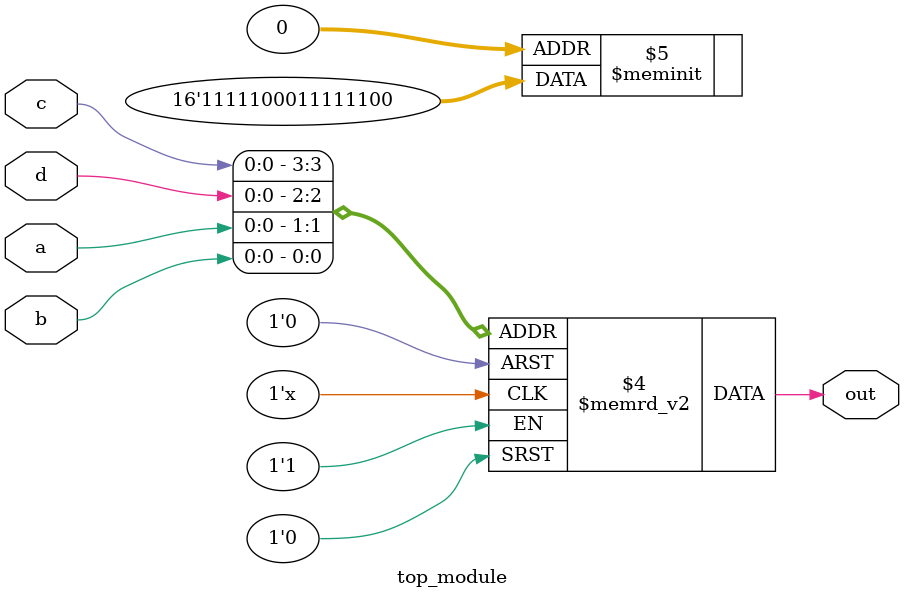
<source format=sv>
module top_module (
    input a,
    input b,
    input c,
    input d,
    output reg out
);

    always @(*) begin
        case ({c,d,a,b})
            4'b0000, 4'b0001, 4'b1000, 4'b1010: out = 0;
            4'b0010, 4'b0011, 4'b0110, 4'b0100, 4'b0111, 4'b1011, 4'b1110, 4'b1111: out = 1;
            4'b0101, 4'b0111, 4'b1100, 4'b1101, 4'b1110, 4'b1111: out = 1;
            default: out = 0; // Don't Care states can be assigned conveniently
        endcase
    end

endmodule

</source>
